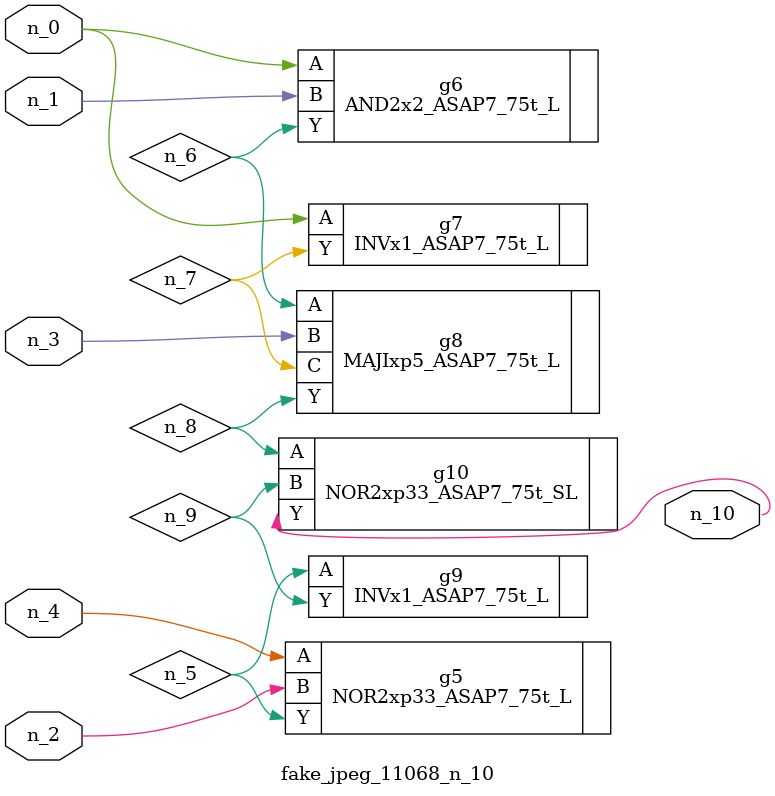
<source format=v>
module fake_jpeg_11068_n_10 (n_3, n_2, n_1, n_0, n_4, n_10);

input n_3;
input n_2;
input n_1;
input n_0;
input n_4;

output n_10;

wire n_8;
wire n_9;
wire n_6;
wire n_5;
wire n_7;

NOR2xp33_ASAP7_75t_L g5 ( 
.A(n_4),
.B(n_2),
.Y(n_5)
);

AND2x2_ASAP7_75t_L g6 ( 
.A(n_0),
.B(n_1),
.Y(n_6)
);

INVx1_ASAP7_75t_L g7 ( 
.A(n_0),
.Y(n_7)
);

MAJIxp5_ASAP7_75t_L g8 ( 
.A(n_6),
.B(n_3),
.C(n_7),
.Y(n_8)
);

NOR2xp33_ASAP7_75t_SL g10 ( 
.A(n_8),
.B(n_9),
.Y(n_10)
);

INVx1_ASAP7_75t_L g9 ( 
.A(n_5),
.Y(n_9)
);


endmodule
</source>
